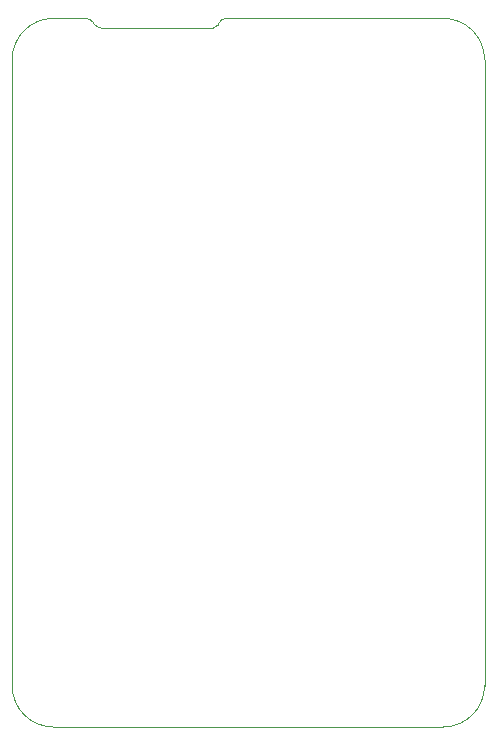
<source format=gbr>
G04 #@! TF.GenerationSoftware,KiCad,Pcbnew,(5.1.7)-1*
G04 #@! TF.CreationDate,2021-03-01T18:39:25+01:00*
G04 #@! TF.ProjectId,Zeggreus,5a656767-7265-4757-932e-6b696361645f,rev?*
G04 #@! TF.SameCoordinates,Original*
G04 #@! TF.FileFunction,Profile,NP*
%FSLAX46Y46*%
G04 Gerber Fmt 4.6, Leading zero omitted, Abs format (unit mm)*
G04 Created by KiCad (PCBNEW (5.1.7)-1) date 2021-03-01 18:39:25*
%MOMM*%
%LPD*%
G01*
G04 APERTURE LIST*
G04 #@! TA.AperFunction,Profile*
%ADD10C,0.050000*%
G04 #@! TD*
G04 APERTURE END LIST*
D10*
X136020000Y-58390000D02*
X136100000Y-58400000D01*
X135920000Y-58370000D02*
X136020000Y-58390000D01*
X135790000Y-58330000D02*
X135920000Y-58370000D01*
X135670000Y-58260000D02*
X135790000Y-58330000D01*
X135560000Y-58160000D02*
X135670000Y-58260000D01*
X135460000Y-58040000D02*
X135560000Y-58160000D01*
X135391157Y-57950231D02*
X135460000Y-58040000D01*
X145430000Y-58390000D02*
X145300000Y-58400000D01*
X145580000Y-58350000D02*
X145430000Y-58390000D01*
X145720000Y-58280000D02*
X145580000Y-58350000D01*
X145830000Y-58200000D02*
X145720000Y-58280000D01*
X145910000Y-58120000D02*
X145830000Y-58200000D01*
X145965818Y-58043847D02*
X145910000Y-58120000D01*
X135391157Y-57950231D02*
G75*
G03*
X134725518Y-57593992I-665639J-443761D01*
G01*
X145965818Y-58043847D02*
G75*
G02*
X146685176Y-57593882I719358J-350035D01*
G01*
X132016000Y-57592000D02*
X134725518Y-57593992D01*
X136100000Y-58400000D02*
X145300000Y-58400000D01*
X128516000Y-61092000D02*
G75*
G02*
X132016000Y-57592000I3500000J0D01*
G01*
X132016000Y-117592000D02*
G75*
G02*
X128516000Y-114092000I0J3500000D01*
G01*
X168516000Y-114092000D02*
G75*
G02*
X165016000Y-117592000I-3500000J0D01*
G01*
X165016000Y-57592000D02*
G75*
G02*
X168516000Y-61092000I0J-3500000D01*
G01*
X128516000Y-61092000D02*
X128516000Y-114092000D01*
X165016000Y-57592000D02*
X146685176Y-57593882D01*
X168516000Y-114092000D02*
X168516000Y-61092000D01*
X132016000Y-117592000D02*
X165016000Y-117592000D01*
M02*

</source>
